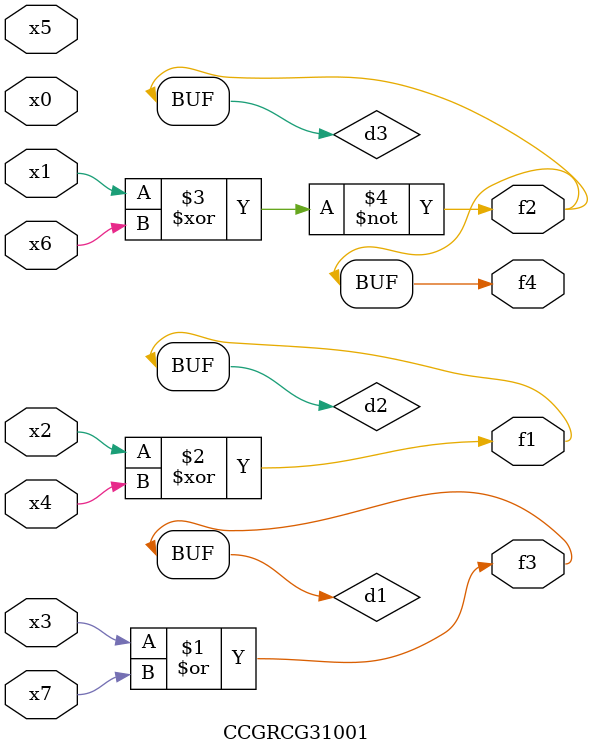
<source format=v>
module CCGRCG31001(
	input x0, x1, x2, x3, x4, x5, x6, x7,
	output f1, f2, f3, f4
);

	wire d1, d2, d3;

	or (d1, x3, x7);
	xor (d2, x2, x4);
	xnor (d3, x1, x6);
	assign f1 = d2;
	assign f2 = d3;
	assign f3 = d1;
	assign f4 = d3;
endmodule

</source>
